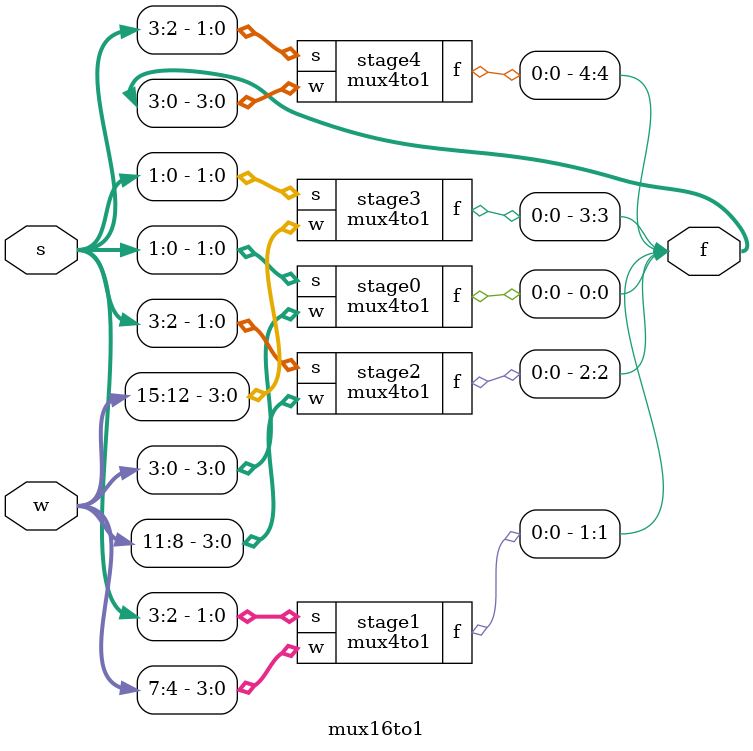
<source format=v>
module mux4to1(w,s,f);
input [3:0]w;
input[1:0]s;
output f;
assign f= s[1]?(s[1]?w[3]:w[2]):(s[0]?w[1]:w[3]);
endmodule

module mux16to1(w,s,f);
input [15:0]w;
input [3:0]s;
output [4:0]f;

mux4to1 stage0(w[3:0],s[1:0],f[0]);
mux4to1 stage1(w[7:4],s[3:2],f[1]);
mux4to1 stage2(w[11:8],s[3:2],f[2]);
mux4to1 stage3(w[15:12],s[1:0],f[3]);
mux4to1 stage4(f[3:0],s[3:2],f[4]);
endmodule

</source>
